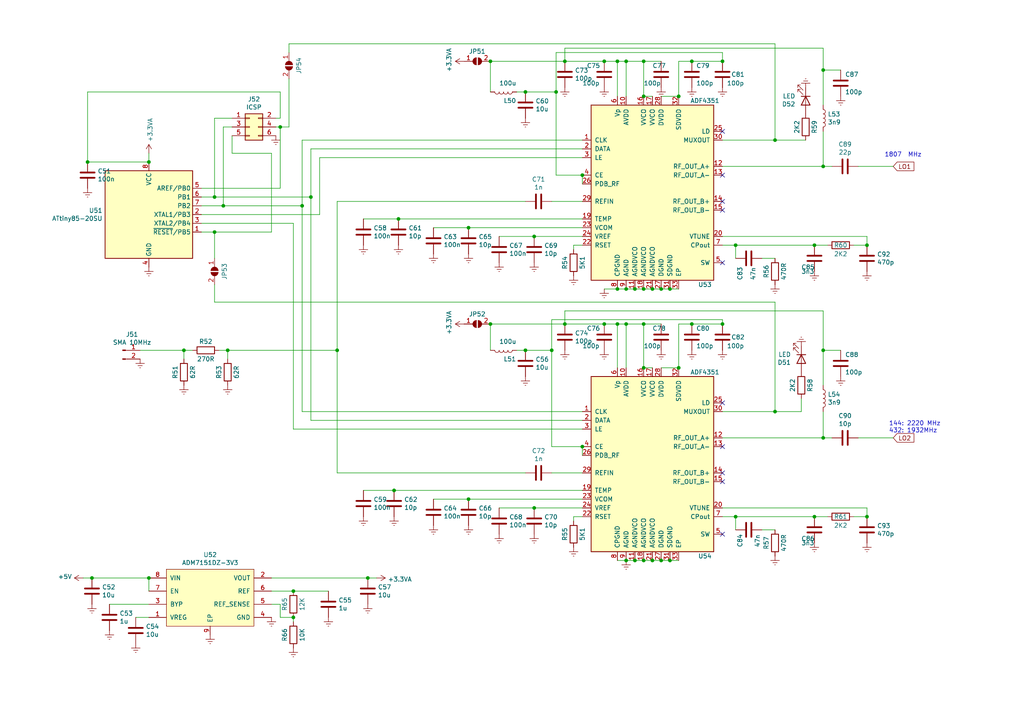
<source format=kicad_sch>
(kicad_sch (version 20211123) (generator eeschema)
  (paper "A4")
  (lib_symbols
    (symbol "Connector:Conn_01x02_Male" (pin_names (offset 1.016) hide)
      (property "Reference" "J" (at 0 2.54 0))
      (property "Value" "Conn_01x02_Male" (at 0 -5.08 0))
      (symbol "Conn_01x02_Male_1_1"
        (polyline (pts (xy 1.27 -2.54) (xy 0.8636 -2.54)) (stroke (width 0.1524)))
        (polyline (pts (xy 1.27 0) (xy 0.8636 0)) (stroke (width 0.1524)))
        (rectangle (start 0.8636 -2.413) (end 0 -2.667) (stroke (width 0.1524)) (fill (type outline)))
        (rectangle (start 0.8636 0.127) (end 0 -0.127) (stroke (width 0.1524)) (fill (type outline)))
        (pin passive line (at 5.08 0 180) (length 3.81) (name "Pin_1") (number "1"))
        (pin passive line (at 5.08 -2.54 180) (length 3.81) (name "Pin_2") (number "2"))
      )
    )
    (symbol "Connector_Generic:Conn_02x03_Odd_Even" (pin_names (offset 1.016) hide)
      (property "Reference" "J" (at 1.27 5.08 0))
      (property "Value" "Conn_02x03_Odd_Even" (at 1.27 -5.08 0))
      (symbol "Conn_02x03_Odd_Even_1_1"
        (rectangle (start -1.27 -2.413) (end 0 -2.667) (stroke (width 0.1524)))
        (rectangle (start -1.27 0.127) (end 0 -0.127) (stroke (width 0.1524)))
        (rectangle (start -1.27 2.667) (end 0 2.413) (stroke (width 0.1524)))
        (rectangle (start -1.27 3.81) (end 3.81 -3.81) (stroke (width 0.254)) (fill (type background)))
        (rectangle (start 3.81 -2.413) (end 2.54 -2.667) (stroke (width 0.1524)))
        (rectangle (start 3.81 0.127) (end 2.54 -0.127) (stroke (width 0.1524)))
        (rectangle (start 3.81 2.667) (end 2.54 2.413) (stroke (width 0.1524)))
        (pin passive line (at -5.08 2.54 0) (length 3.81) (name "Pin_1") (number "1"))
        (pin passive line (at 7.62 2.54 180) (length 3.81) (name "Pin_2") (number "2"))
        (pin passive line (at -5.08 0 0) (length 3.81) (name "Pin_3") (number "3"))
        (pin passive line (at 7.62 0 180) (length 3.81) (name "Pin_4") (number "4"))
        (pin passive line (at -5.08 -2.54 0) (length 3.81) (name "Pin_5") (number "5"))
        (pin passive line (at 7.62 -2.54 180) (length 3.81) (name "Pin_6") (number "6"))
      )
    )
    (symbol "Device:C" (pin_numbers hide) (pin_names (offset 0.254))
      (property "Reference" "C" (at 0.635 2.54 0))
      (property "Value" "C" (at 0.635 -2.54 0))
      (symbol "C_0_1"
        (polyline (pts (xy -2.032 -0.762) (xy 2.032 -0.762)) (stroke (width 0.508)))
        (polyline (pts (xy -2.032 0.762) (xy 2.032 0.762)) (stroke (width 0.508)))
      )
      (symbol "C_1_1"
        (pin passive line (at 0 3.81 270) (length 2.794) (name "~") (number "1"))
        (pin passive line (at 0 -3.81 90) (length 2.794) (name "~") (number "2"))
      )
    )
    (symbol "Device:L" (pin_numbers hide) (pin_names (offset 1.016) hide)
      (property "Reference" "L" (at -1.27 0 90))
      (property "Value" "L" (at 1.905 0 90))
      (symbol "L_0_1"
        (arc (start 0 -2.54) (mid 0.635 -1.905) (end 0 -1.27))
        (arc (start 0 -1.27) (mid 0.635 -0.635) (end 0 0))
        (arc (start 0 0) (mid 0.635 0.635) (end 0 1.27))
        (arc (start 0 1.27) (mid 0.635 1.905) (end 0 2.54))
      )
      (symbol "L_1_1"
        (pin passive line (at 0 3.81 270) (length 1.27) (name "1") (number "1"))
        (pin passive line (at 0 -3.81 90) (length 1.27) (name "2") (number "2"))
      )
    )
    (symbol "Device:LED" (pin_numbers hide) (pin_names (offset 1.016) hide)
      (property "Reference" "D" (at 0 2.54 0))
      (property "Value" "LED" (at 0 -2.54 0))
      (symbol "LED_0_1"
        (polyline (pts (xy -1.27 -1.27) (xy -1.27 1.27)) (stroke (width 0.254)))
        (polyline (pts (xy -1.27 0) (xy 1.27 0)))
        (polyline (pts (xy 1.27 -1.27) (xy 1.27 1.27) (xy -1.27 0) (xy 1.27 -1.27)) (stroke (width 0.254)))
        (polyline (pts (xy -3.048 -0.762) (xy -4.572 -2.286) (xy -3.81 -2.286) (xy -4.572 -2.286) (xy -4.572 -1.524)))
        (polyline (pts (xy -1.778 -0.762) (xy -3.302 -2.286) (xy -2.54 -2.286) (xy -3.302 -2.286) (xy -3.302 -1.524)))
      )
      (symbol "LED_1_1"
        (pin passive line (at -3.81 0 0) (length 2.54) (name "K") (number "1"))
        (pin passive line (at 3.81 0 180) (length 2.54) (name "A") (number "2"))
      )
    )
    (symbol "Device:R" (pin_numbers hide) (pin_names (offset 0))
      (property "Reference" "R" (at 2.032 0 90))
      (property "Value" "R" (at 0 0 90))
      (symbol "R_0_1"
        (rectangle (start -1.016 -2.54) (end 1.016 2.54) (stroke (width 0.254)))
      )
      (symbol "R_1_1"
        (pin passive line (at 0 3.81 270) (length 1.27) (name "~") (number "1"))
        (pin passive line (at 0 -3.81 90) (length 1.27) (name "~") (number "2"))
      )
    )
    (symbol "Jumper:SolderJumper_2_Open" (pin_names (offset 0) hide)
      (property "Reference" "JP" (at 0 2.032 0))
      (property "Value" "SolderJumper_2_Open" (at 0 -2.54 0))
      (symbol "SolderJumper_2_Open_0_1"
        (arc (start -0.254 1.016) (mid -1.27 0) (end -0.254 -1.016))
        (arc (start -0.254 1.016) (mid -1.27 0) (end -0.254 -1.016) (fill (type outline)))
        (polyline (pts (xy -0.254 1.016) (xy -0.254 -1.016)))
        (polyline (pts (xy 0.254 1.016) (xy 0.254 -1.016)))
        (arc (start 0.254 -1.016) (mid 1.27 0) (end 0.254 1.016))
        (arc (start 0.254 -1.016) (mid 1.27 0) (end 0.254 1.016) (fill (type outline)))
      )
      (symbol "SolderJumper_2_Open_1_1"
        (pin passive line (at -3.81 0 0) (length 2.54) (name "A") (number "1"))
        (pin passive line (at 3.81 0 180) (length 2.54) (name "B") (number "2"))
      )
    )
    (symbol "MCU_Microchip_ATtiny:ATtiny85-20SU"
      (property "Reference" "U" (at -12.7 13.97 0))
      (property "Value" "MCU_Microchip_ATtiny_ATtiny85-20SU" (at 2.54 -13.97 0))
      (symbol "ATtiny85-20SU_0_1"
        (rectangle (start -12.7 -12.7) (end 12.7 12.7) (stroke (width 0.254)) (fill (type background)))
      )
      (symbol "ATtiny85-20SU_1_1"
        (pin bidirectional line (at 15.24 -5.08 180) (length 2.54) (name "~{RESET}/PB5") (number "1"))
        (pin bidirectional line (at 15.24 0 180) (length 2.54) (name "XTAL1/PB3") (number "2"))
        (pin bidirectional line (at 15.24 -2.54 180) (length 2.54) (name "XTAL2/PB4") (number "3"))
        (pin power_in line (at 0 -15.24 90) (length 2.54) (name "GND") (number "4"))
        (pin bidirectional line (at 15.24 7.62 180) (length 2.54) (name "AREF/PB0") (number "5"))
        (pin bidirectional line (at 15.24 5.08 180) (length 2.54) (name "PB1") (number "6"))
        (pin bidirectional line (at 15.24 2.54 180) (length 2.54) (name "PB2") (number "7"))
        (pin power_in line (at 0 15.24 270) (length 2.54) (name "VCC") (number "8"))
      )
    )
    (symbol "Maarten_Kicad5:ADM7150" (pin_names (offset 1.016))
      (property "Reference" "U" (at 11.43 -8.89 0))
      (property "Value" "Maarten_Kicad5_ADM7150" (at 8.89 10.16 0))
      (symbol "ADM7150_0_1"
        (rectangle (start -12.7 8.89) (end 12.7 -7.62) (fill (type background)))
      )
      (symbol "ADM7150_1_1"
        (pin input line (at -17.78 -5.08 0) (length 5.08) (name "VREG") (number "1"))
        (pin input line (at 17.78 6.35 180) (length 5.08) (name "VOUT") (number "2"))
        (pin input line (at -17.78 -1.27 0) (length 5.08) (name "BYP") (number "3"))
        (pin input line (at 17.78 -5.08 180) (length 5.08) (name "GND") (number "4"))
        (pin input line (at 17.78 -1.27 180) (length 5.08) (name "REF_SENSE") (number "5"))
        (pin input line (at 17.78 2.54 180) (length 5.08) (name "REF") (number "6"))
        (pin input line (at -17.78 2.54 0) (length 5.08) (name "EN") (number "7"))
        (pin power_in line (at -17.78 6.35 0) (length 5.08) (name "VIN") (number "8"))
        (pin input line (at 0 -10.16 90) (length 2.54) (name "EP") (number "9"))
      )
    )
    (symbol "Timer_PLL:ADF4351" (pin_names (offset 1.016))
      (property "Reference" "U" (at 0 1.27 0))
      (property "Value" "ADF4351" (at 0 -1.27 0))
      (symbol "ADF4351_0_1"
        (rectangle (start 17.78 25.4) (end -17.78 -25.4) (stroke (width 0.254)) (fill (type background)))
      )
      (symbol "ADF4351_1_1"
        (pin input line (at -20.32 15.24 0) (length 2.54) (name "CLK") (number "1"))
        (pin power_in line (at -7.62 27.94 270) (length 2.54) (name "AVDD") (number "10"))
        (pin power_in line (at -5.08 -27.94 90) (length 2.54) (name "AGNDVCO") (number "11"))
        (pin output line (at 20.32 7.62 180) (length 2.54) (name "RF_OUT_A+") (number "12"))
        (pin output line (at 20.32 5.08 180) (length 2.54) (name "RF_OUT_A-") (number "13"))
        (pin output line (at 20.32 -2.54 180) (length 2.54) (name "RF_OUT_B+") (number "14"))
        (pin output line (at 20.32 -5.08 180) (length 2.54) (name "RF_OUT_B-") (number "15"))
        (pin power_in line (at -2.54 27.94 270) (length 2.54) (name "VVCO") (number "16"))
        (pin power_in line (at 0 27.94 270) (length 2.54) (name "VVCO") (number "17"))
        (pin power_in line (at -2.54 -27.94 90) (length 2.54) (name "AGNDVCO") (number "18"))
        (pin input line (at -20.32 -7.62 0) (length 2.54) (name "TEMP") (number "19"))
        (pin input line (at -20.32 12.7 0) (length 2.54) (name "DATA") (number "2"))
        (pin input line (at 20.32 -12.7 180) (length 2.54) (name "VTUNE") (number "20"))
        (pin power_in line (at 0 -27.94 90) (length 2.54) (name "AGNDVCO") (number "21"))
        (pin input line (at -20.32 -15.24 0) (length 2.54) (name "RSET") (number "22"))
        (pin input line (at -20.32 -10.16 0) (length 2.54) (name "VCOM") (number "23"))
        (pin input line (at -20.32 -12.7 0) (length 2.54) (name "VREF") (number "24"))
        (pin input line (at 20.32 17.78 180) (length 2.54) (name "LD") (number "25"))
        (pin input line (at -20.32 2.54 0) (length 2.54) (name "PDB_RF") (number "26"))
        (pin power_in line (at 2.54 -27.94 90) (length 2.54) (name "DGND") (number "27"))
        (pin power_in line (at 2.54 27.94 270) (length 2.54) (name "DVDD") (number "28"))
        (pin input line (at -20.32 -2.54 0) (length 2.54) (name "REFIN") (number "29"))
        (pin input line (at -20.32 10.16 0) (length 2.54) (name "LE") (number "3"))
        (pin output line (at 20.32 15.24 180) (length 2.54) (name "MUXOUT") (number "30"))
        (pin power_in line (at 5.08 -27.94 90) (length 2.54) (name "SDGND") (number "31"))
        (pin power_in line (at 7.62 27.94 270) (length 2.54) (name "SDVDD") (number "32"))
        (pin power_in line (at 7.62 -27.94 90) (length 2.54) (name "EP") (number "33"))
        (pin input line (at -20.32 5.08 0) (length 2.54) (name "CE") (number "4"))
        (pin input line (at 20.32 -20.32 180) (length 2.54) (name "SW") (number "5"))
        (pin power_in line (at -10.16 27.94 270) (length 2.54) (name "Vp") (number "6"))
        (pin input line (at 20.32 -15.24 180) (length 2.54) (name "CPout") (number "7"))
        (pin power_in line (at -10.16 -27.94 90) (length 2.54) (name "CPGND") (number "8"))
        (pin power_in line (at -7.62 -27.94 90) (length 2.54) (name "AGND") (number "9"))
      )
    )
    (symbol "power:+3.3VA" (power) (pin_names (offset 0))
      (property "Value" "+3.3VA" (at 0 3.556 0))
      (symbol "+3.3VA_0_1"
        (polyline (pts (xy -0.762 1.27) (xy 0 2.54)))
        (polyline (pts (xy 0 0) (xy 0 2.54)))
        (polyline (pts (xy 0 2.54) (xy 0.762 1.27)))
      )
      (symbol "+3.3VA_1_1"
        (pin power_in line (at 0 0 90) (length 0) hide (name "+3.3VA") (number "1"))
      )
    )
    (symbol "power:+5V" (power) (pin_names (offset 0))
      (property "Value" "+5V" (at 0 3.556 0))
      (symbol "+5V_0_1"
        (polyline (pts (xy -0.762 1.27) (xy 0 2.54)))
        (polyline (pts (xy 0 0) (xy 0 2.54)))
        (polyline (pts (xy 0 2.54) (xy 0.762 1.27)))
      )
      (symbol "+5V_1_1"
        (pin power_in line (at 0 0 90) (length 0) hide (name "+5V") (number "1"))
      )
    )
    (symbol "power:GNDREF" (power) (pin_names (offset 0))
      (property "Value" "GNDREF" (at 0 -3.81 0))
      (symbol "GNDREF_0_1"
        (polyline (pts (xy -0.635 -1.905) (xy 0.635 -1.905)))
        (polyline (pts (xy -0.127 -2.54) (xy 0.127 -2.54)))
        (polyline (pts (xy 0 -1.27) (xy 0 0)))
        (polyline (pts (xy 1.27 -1.27) (xy -1.27 -1.27)))
      )
      (symbol "GNDREF_1_1"
        (pin power_in line (at 0 0 270) (length 0) hide (name "GNDREF") (number "1"))
      )
    )
  )
  (junction (at 189.23 83.82))
  (junction (at 154.94 68.58))
  (junction (at 175.26 17.78))
  (junction (at 191.77 162.56))
  (junction (at 224.79 119.38))
  (junction (at 62.23 57.15))
  (junction (at 168.91 50.8))
  (junction (at 64.77 59.69))
  (junction (at 115.57 63.5))
  (junction (at 152.4 26.67))
  (junction (at 238.76 101.6))
  (junction (at 179.07 83.82))
  (junction (at 238.76 20.32))
  (junction (at 135.89 66.04))
  (junction (at 213.36 71.12))
  (junction (at 181.61 93.98))
  (junction (at 209.55 93.98))
  (junction (at 168.91 129.54))
  (junction (at 90.17 57.15))
  (junction (at 224.79 40.64))
  (junction (at 184.15 162.56))
  (junction (at 196.85 27.94))
  (junction (at 186.69 106.68))
  (junction (at 181.61 162.56))
  (junction (at 85.09 171.45))
  (junction (at 152.4 101.6))
  (junction (at 179.07 17.78))
  (junction (at 186.69 17.78))
  (junction (at 213.36 149.86))
  (junction (at 53.34 101.6))
  (junction (at 135.89 144.78))
  (junction (at 85.09 179.07))
  (junction (at 196.85 106.68))
  (junction (at 186.69 83.82))
  (junction (at 184.15 83.82))
  (junction (at 194.31 162.56))
  (junction (at 175.26 93.98))
  (junction (at 66.04 101.6))
  (junction (at 43.18 167.64))
  (junction (at 186.69 93.98))
  (junction (at 160.02 101.6))
  (junction (at 26.67 167.64))
  (junction (at 251.46 149.86))
  (junction (at 189.23 162.56))
  (junction (at 238.76 127))
  (junction (at 181.61 83.82))
  (junction (at 161.29 26.67))
  (junction (at 81.28 36.83))
  (junction (at 114.3 142.24))
  (junction (at 186.69 27.94))
  (junction (at 194.31 83.82))
  (junction (at 87.63 59.69))
  (junction (at 154.94 147.32))
  (junction (at 163.83 17.78))
  (junction (at 179.07 93.98))
  (junction (at 97.79 101.6))
  (junction (at 181.61 17.78))
  (junction (at 106.68 167.64))
  (junction (at 62.23 67.31))
  (junction (at 200.66 93.98))
  (junction (at 142.24 93.98))
  (junction (at 191.77 83.82))
  (junction (at 238.76 48.26))
  (junction (at 236.22 149.86))
  (junction (at 163.83 93.98))
  (junction (at 43.18 46.99))
  (junction (at 186.69 162.56))
  (junction (at 236.22 71.12))
  (junction (at 142.24 17.78))
  (junction (at 200.66 17.78))
  (junction (at 209.55 17.78))
  (junction (at 251.46 71.12))
  (junction (at 25.4 46.99))
  (no_connect (at 209.55 76.2))
  (no_connect (at 209.55 58.42))
  (no_connect (at 209.55 137.16))
  (no_connect (at 209.55 139.7))
  (no_connect (at 209.55 154.94))
  (no_connect (at 209.55 38.1))
  (no_connect (at 209.55 116.84))
  (no_connect (at 209.55 60.96))
  (no_connect (at 209.55 129.54))
  (no_connect (at 209.55 50.8))
  (wire (pts (xy 196.85 17.78) (xy 200.66 17.78)))
  (wire (pts (xy 97.79 137.16) (xy 152.4 137.16)))
  (wire (pts (xy 224.79 153.67) (xy 220.98 153.67)))
  (wire (pts (xy 238.76 127) (xy 241.3 127)))
  (wire (pts (xy 26.67 167.64) (xy 24.13 167.64)))
  (wire (pts (xy 238.76 38.1) (xy 238.76 48.26)))
  (wire (pts (xy 25.4 46.99) (xy 43.18 46.99)))
  (wire (pts (xy 87.63 59.69) (xy 64.77 59.69)))
  (wire (pts (xy 144.78 68.58) (xy 154.94 68.58)))
  (wire (pts (xy 90.17 43.18) (xy 90.17 57.15)))
  (wire (pts (xy 179.07 17.78) (xy 175.26 17.78)))
  (wire (pts (xy 251.46 71.12) (xy 251.46 68.58)))
  (wire (pts (xy 67.31 36.83) (xy 64.77 36.83)))
  (wire (pts (xy 186.69 83.82) (xy 189.23 83.82)))
  (wire (pts (xy 142.24 17.78) (xy 142.24 26.67)))
  (wire (pts (xy 209.55 127) (xy 238.76 127)))
  (wire (pts (xy 184.15 162.56) (xy 186.69 162.56)))
  (wire (pts (xy 97.79 58.42) (xy 97.79 101.6)))
  (wire (pts (xy 209.55 119.38) (xy 224.79 119.38)))
  (wire (pts (xy 92.71 62.23) (xy 58.42 62.23)))
  (wire (pts (xy 238.76 20.32) (xy 238.76 13.97)))
  (wire (pts (xy 152.4 58.42) (xy 97.79 58.42)))
  (wire (pts (xy 163.83 93.98) (xy 175.26 93.98)))
  (wire (pts (xy 181.61 83.82) (xy 179.07 83.82)))
  (wire (pts (xy 209.55 92.71) (xy 160.02 92.71)))
  (wire (pts (xy 168.91 121.92) (xy 90.17 121.92)))
  (wire (pts (xy 90.17 43.18) (xy 168.91 43.18)))
  (wire (pts (xy 196.85 106.68) (xy 196.85 93.98)))
  (wire (pts (xy 209.55 93.98) (xy 209.55 92.71)))
  (wire (pts (xy 196.85 162.56) (xy 194.31 162.56)))
  (wire (pts (xy 189.23 106.68) (xy 186.69 106.68)))
  (wire (pts (xy 186.69 93.98) (xy 191.77 93.98)))
  (wire (pts (xy 142.24 101.6) (xy 142.24 93.98)))
  (wire (pts (xy 80.01 34.29) (xy 81.28 34.29)))
  (wire (pts (xy 163.83 93.98) (xy 142.24 93.98)))
  (wire (pts (xy 247.65 71.12) (xy 251.46 71.12)))
  (wire (pts (xy 64.77 36.83) (xy 64.77 59.69)))
  (wire (pts (xy 78.74 175.26) (xy 81.28 175.26)))
  (wire (pts (xy 224.79 40.64) (xy 224.79 12.7)))
  (wire (pts (xy 81.28 179.07) (xy 85.09 179.07)))
  (wire (pts (xy 191.77 162.56) (xy 194.31 162.56)))
  (wire (pts (xy 58.42 67.31) (xy 62.23 67.31)))
  (wire (pts (xy 43.18 44.45) (xy 43.18 46.99)))
  (wire (pts (xy 168.91 119.38) (xy 87.63 119.38)))
  (wire (pts (xy 152.4 26.67) (xy 149.86 26.67)))
  (wire (pts (xy 97.79 101.6) (xy 66.04 101.6)))
  (wire (pts (xy 213.36 74.93) (xy 213.36 71.12)))
  (wire (pts (xy 224.79 74.93) (xy 220.98 74.93)))
  (wire (pts (xy 196.85 27.94) (xy 191.77 27.94)))
  (wire (pts (xy 209.55 48.26) (xy 238.76 48.26)))
  (wire (pts (xy 238.76 90.17) (xy 163.83 90.17)))
  (wire (pts (xy 179.07 83.82) (xy 175.26 83.82)))
  (wire (pts (xy 179.07 17.78) (xy 181.61 17.78)))
  (wire (pts (xy 251.46 149.86) (xy 251.46 147.32)))
  (wire (pts (xy 168.91 149.86) (xy 166.37 149.86)))
  (wire (pts (xy 25.4 26.67) (xy 25.4 46.99)))
  (wire (pts (xy 224.79 119.38) (xy 232.41 119.38)))
  (wire (pts (xy 81.28 36.83) (xy 81.28 54.61)))
  (wire (pts (xy 90.17 57.15) (xy 62.23 57.15)))
  (wire (pts (xy 78.74 44.45) (xy 78.74 67.31)))
  (wire (pts (xy 43.18 167.64) (xy 26.67 167.64)))
  (wire (pts (xy 160.02 92.71) (xy 160.02 101.6)))
  (wire (pts (xy 81.28 175.26) (xy 81.28 179.07)))
  (wire (pts (xy 181.61 93.98) (xy 186.69 93.98)))
  (wire (pts (xy 166.37 71.12) (xy 166.37 72.39)))
  (wire (pts (xy 58.42 54.61) (xy 81.28 54.61)))
  (wire (pts (xy 85.09 64.77) (xy 58.42 64.77)))
  (wire (pts (xy 179.07 106.68) (xy 179.07 93.98)))
  (wire (pts (xy 67.31 39.37) (xy 67.31 44.45)))
  (wire (pts (xy 238.76 13.97) (xy 163.83 13.97)))
  (wire (pts (xy 67.31 34.29) (xy 62.23 34.29)))
  (wire (pts (xy 97.79 101.6) (xy 97.79 137.16)))
  (wire (pts (xy 125.73 66.04) (xy 135.89 66.04)))
  (wire (pts (xy 106.68 167.64) (xy 109.22 167.64)))
  (wire (pts (xy 196.85 83.82) (xy 194.31 83.82)))
  (wire (pts (xy 125.73 144.78) (xy 135.89 144.78)))
  (wire (pts (xy 238.76 30.48) (xy 238.76 20.32)))
  (wire (pts (xy 168.91 53.34) (xy 168.91 50.8)))
  (wire (pts (xy 67.31 44.45) (xy 78.74 44.45)))
  (wire (pts (xy 184.15 162.56) (xy 181.61 162.56)))
  (wire (pts (xy 43.18 175.26) (xy 31.75 175.26)))
  (wire (pts (xy 168.91 63.5) (xy 115.57 63.5)))
  (wire (pts (xy 168.91 144.78) (xy 135.89 144.78)))
  (wire (pts (xy 238.76 101.6) (xy 238.76 90.17)))
  (wire (pts (xy 209.55 149.86) (xy 213.36 149.86)))
  (wire (pts (xy 168.91 132.08) (xy 168.91 129.54)))
  (wire (pts (xy 238.76 48.26) (xy 241.3 48.26)))
  (wire (pts (xy 105.41 63.5) (xy 115.57 63.5)))
  (wire (pts (xy 63.5 101.6) (xy 66.04 101.6)))
  (wire (pts (xy 238.76 20.32) (xy 243.84 20.32)))
  (wire (pts (xy 189.23 27.94) (xy 186.69 27.94)))
  (wire (pts (xy 152.4 101.6) (xy 160.02 101.6)))
  (wire (pts (xy 161.29 15.24) (xy 209.55 15.24)))
  (wire (pts (xy 168.91 40.64) (xy 87.63 40.64)))
  (wire (pts (xy 238.76 119.38) (xy 238.76 127)))
  (wire (pts (xy 64.77 59.69) (xy 58.42 59.69)))
  (wire (pts (xy 179.07 27.94) (xy 179.07 17.78)))
  (wire (pts (xy 160.02 129.54) (xy 168.91 129.54)))
  (wire (pts (xy 168.91 71.12) (xy 166.37 71.12)))
  (wire (pts (xy 181.61 106.68) (xy 181.61 93.98)))
  (wire (pts (xy 163.83 90.17) (xy 163.83 93.98)))
  (wire (pts (xy 168.91 50.8) (xy 161.29 50.8)))
  (wire (pts (xy 40.64 101.6) (xy 53.34 101.6)))
  (wire (pts (xy 224.79 87.63) (xy 62.23 87.63)))
  (wire (pts (xy 160.02 58.42) (xy 168.91 58.42)))
  (wire (pts (xy 160.02 137.16) (xy 168.91 137.16)))
  (wire (pts (xy 189.23 162.56) (xy 191.77 162.56)))
  (wire (pts (xy 80.01 36.83) (xy 81.28 36.83)))
  (wire (pts (xy 83.82 36.83) (xy 81.28 36.83)))
  (wire (pts (xy 163.83 13.97) (xy 163.83 17.78)))
  (wire (pts (xy 163.83 17.78) (xy 175.26 17.78)))
  (wire (pts (xy 87.63 59.69) (xy 87.63 119.38)))
  (wire (pts (xy 236.22 149.86) (xy 240.03 149.86)))
  (wire (pts (xy 62.23 74.93) (xy 62.23 67.31)))
  (wire (pts (xy 53.34 104.14) (xy 53.34 101.6)))
  (wire (pts (xy 186.69 17.78) (xy 191.77 17.78)))
  (wire (pts (xy 43.18 179.07) (xy 39.37 179.07)))
  (wire (pts (xy 81.28 26.67) (xy 25.4 26.67)))
  (wire (pts (xy 196.85 27.94) (xy 196.85 17.78)))
  (wire (pts (xy 238.76 111.76) (xy 238.76 101.6)))
  (wire (pts (xy 186.69 106.68) (xy 186.69 93.98)))
  (wire (pts (xy 209.55 17.78) (xy 200.66 17.78)))
  (wire (pts (xy 179.07 93.98) (xy 175.26 93.98)))
  (wire (pts (xy 168.91 147.32) (xy 154.94 147.32)))
  (wire (pts (xy 43.18 167.64) (xy 43.18 171.45)))
  (wire (pts (xy 168.91 66.04) (xy 135.89 66.04)))
  (wire (pts (xy 85.09 171.45) (xy 95.25 171.45)))
  (wire (pts (xy 184.15 83.82) (xy 186.69 83.82)))
  (wire (pts (xy 248.92 48.26) (xy 259.08 48.26)))
  (wire (pts (xy 105.41 142.24) (xy 114.3 142.24)))
  (wire (pts (xy 85.09 64.77) (xy 85.09 124.46)))
  (wire (pts (xy 181.61 162.56) (xy 179.07 162.56)))
  (wire (pts (xy 232.41 115.57) (xy 232.41 119.38)))
  (wire (pts (xy 144.78 147.32) (xy 154.94 147.32)))
  (wire (pts (xy 168.91 45.72) (xy 92.71 45.72)))
  (wire (pts (xy 90.17 57.15) (xy 90.17 121.92)))
  (wire (pts (xy 181.61 17.78) (xy 186.69 17.78)))
  (wire (pts (xy 163.83 17.78) (xy 142.24 17.78)))
  (wire (pts (xy 179.07 93.98) (xy 181.61 93.98)))
  (wire (pts (xy 209.55 93.98) (xy 200.66 93.98)))
  (wire (pts (xy 184.15 83.82) (xy 181.61 83.82)))
  (wire (pts (xy 168.91 68.58) (xy 154.94 68.58)))
  (wire (pts (xy 166.37 149.86) (xy 166.37 151.13)))
  (wire (pts (xy 87.63 40.64) (xy 87.63 59.69)))
  (wire (pts (xy 78.74 167.64) (xy 106.68 167.64)))
  (wire (pts (xy 85.09 124.46) (xy 168.91 124.46)))
  (wire (pts (xy 213.36 153.67) (xy 213.36 149.86)))
  (wire (pts (xy 224.79 40.64) (xy 233.68 40.64)))
  (wire (pts (xy 114.3 142.24) (xy 168.91 142.24)))
  (wire (pts (xy 209.55 15.24) (xy 209.55 17.78)))
  (wire (pts (xy 152.4 26.67) (xy 161.29 26.67)))
  (wire (pts (xy 161.29 50.8) (xy 161.29 26.67)))
  (wire (pts (xy 83.82 12.7) (xy 83.82 15.24)))
  (wire (pts (xy 62.23 87.63) (xy 62.23 82.55)))
  (wire (pts (xy 213.36 149.86) (xy 236.22 149.86)))
  (wire (pts (xy 209.55 68.58) (xy 251.46 68.58)))
  (wire (pts (xy 161.29 26.67) (xy 161.29 15.24)))
  (wire (pts (xy 224.79 12.7) (xy 83.82 12.7)))
  (wire (pts (xy 248.92 127) (xy 259.08 127)))
  (wire (pts (xy 81.28 34.29) (xy 81.28 26.67)))
  (wire (pts (xy 53.34 101.6) (xy 55.88 101.6)))
  (wire (pts (xy 66.04 104.14) (xy 66.04 101.6)))
  (wire (pts (xy 238.76 101.6) (xy 243.84 101.6)))
  (wire (pts (xy 209.55 40.64) (xy 224.79 40.64)))
  (wire (pts (xy 209.55 71.12) (xy 213.36 71.12)))
  (wire (pts (xy 78.74 171.45) (xy 85.09 171.45)))
  (wire (pts (xy 236.22 71.12) (xy 240.03 71.12)))
  (wire (pts (xy 213.36 71.12) (xy 236.22 71.12)))
  (wire (pts (xy 62.23 57.15) (xy 62.23 34.29)))
  (wire (pts (xy 62.23 67.31) (xy 78.74 67.31)))
  (wire (pts (xy 196.85 106.68) (xy 191.77 106.68)))
  (wire (pts (xy 209.55 147.32) (xy 251.46 147.32)))
  (wire (pts (xy 196.85 93.98) (xy 200.66 93.98)))
  (wire (pts (xy 186.69 162.56) (xy 189.23 162.56)))
  (wire (pts (xy 92.71 45.72) (xy 92.71 62.23)))
  (wire (pts (xy 224.79 119.38) (xy 224.79 87.63)))
  (wire (pts (xy 160.02 101.6) (xy 160.02 129.54)))
  (wire (pts (xy 247.65 149.86) (xy 251.46 149.86)))
  (wire (pts (xy 149.86 101.6) (xy 152.4 101.6)))
  (wire (pts (xy 85.09 180.34) (xy 85.09 179.07)))
  (wire (pts (xy 186.69 27.94) (xy 186.69 17.78)))
  (wire (pts (xy 189.23 83.82) (xy 191.77 83.82)))
  (wire (pts (xy 62.23 57.15) (xy 58.42 57.15)))
  (wire (pts (xy 181.61 27.94) (xy 181.61 17.78)))
  (wire (pts (xy 83.82 22.86) (xy 83.82 36.83)))
  (wire (pts (xy 191.77 83.82) (xy 194.31 83.82)))
  (text "1807  MHz" (at 256.54 45.72 0) (effects (font (size 1.27 1.27)) (justify left bottom)))
  (text "144: 2220 MHz\n432: 1932MHz" (at 257.81 125.73 0) (effects (font (size 1.27 1.27)) (justify left bottom)))
  (global_label "LO1" (shape input) (at 259.08 48.26 0) (property "Intersheet References" "${INTERSHEET_REFS}" (effects hide)))
  (global_label "LO2" (shape input) (at 259.08 127 0) (property "Intersheet References" "${INTERSHEET_REFS}" (effects hide)))
  (symbol (lib_id "Timer_PLL:ADF4351") (at 189.23 55.88 0) (unit 1)
    (property "Reference" "U53" (at 204.47 82.55 0))
    (property "Value" "ADF4351" (at 204.47 29.21 0))
    (property "Footprint" "Package_CSP:LFCSP-32-1EP_5x5mm_P0.5mm_EP3.1x3.1mm_ThermalVias" (effects hide))
    (property "Datasheet" "https://www.analog.com/media/en/technical-documentation/data-sheets/ADF4351.pdf" (effects hide))
  )
  (symbol (lib_id "Maarten_Kicad5:ADM7150") (at 60.96 173.99 0) (unit 1)
    (property "Reference" "U52" (at 60.96 160.909 0))
    (property "Value" "ADM7151DZ-3V3" (at 60.96 163.2204 0))
    (property "Footprint" "Package_SO:SOIC-8-1EP_3.9x4.9mm_P1.27mm_EP2.29x3mm_ThermalVias" (effects hide))
  )
  (symbol (lib_id "Device:L") (at 238.76 34.29 0) (unit 1)
    (property "Reference" "L53" (at 240.0808 33.1216 0) (effects (justify left)))
    (property "Value" "3n9" (at 240.0808 35.433 0) (effects (justify left)))
    (property "Footprint" "Inductor_SMD:L_0805_2012Metric_Pad1.05x1.20mm_HandSolder" (effects hide))
  )
  (symbol (lib_id "Device:C") (at 245.11 48.26 270) (unit 1)
    (property "Reference" "C89" (at 245.11 41.8592 90))
    (property "Value" "22p" (at 245.11 44.1706 90))
    (property "Footprint" "Capacitor_SMD:C_0805_2012Metric_Pad1.18x1.45mm_HandSolder" (effects hide))
  )
  (symbol (lib_id "Device:C") (at 243.84 24.13 180) (unit 1)
    (property "Reference" "C87" (at 245.11 21.59 0) (effects (justify right)))
    (property "Value" "100p" (at 245.11 26.67 0) (effects (justify right)))
    (property "Footprint" "Capacitor_SMD:C_0805_2012Metric_Pad1.18x1.45mm_HandSolder" (effects hide))
  )
  (symbol (lib_id "power:GNDREF") (at 243.84 27.94 0) (unit 1)
    (property "Reference" "#PWR0106" (effects hide))
    (property "Value" "GNDREF" (effects hide))
  )
  (symbol (lib_id "power:GNDREF") (at 175.26 83.82 0) (unit 1)
    (property "Reference" "#PWR090" (effects hide))
    (property "Value" "GNDREF" (effects hide))
  )
  (symbol (lib_id "Device:C") (at 236.22 74.93 180) (unit 1)
    (property "Reference" "C85" (at 232.41 77.47 0) (effects (justify right)))
    (property "Value" "3n3" (at 232.41 78.74 0) (effects (justify right)))
    (property "Footprint" "Capacitor_SMD:C_0805_2012Metric_Pad1.18x1.45mm_HandSolder" (effects hide))
  )
  (symbol (lib_id "power:GNDREF") (at 236.22 78.74 0) (unit 1)
    (property "Reference" "#PWR0104" (effects hide))
    (property "Value" "GNDREF" (effects hide))
  )
  (symbol (lib_id "Device:C") (at 251.46 74.93 180) (unit 1)
    (property "Reference" "C92" (at 254.381 73.7616 0) (effects (justify right)))
    (property "Value" "470p" (at 254.381 76.073 0) (effects (justify right)))
    (property "Footprint" "Capacitor_SMD:C_0805_2012Metric_Pad1.18x1.45mm_HandSolder" (effects hide))
  )
  (symbol (lib_id "power:GNDREF") (at 251.46 78.74 0) (unit 1)
    (property "Reference" "#PWR0108" (effects hide))
    (property "Value" "GNDREF" (effects hide))
  )
  (symbol (lib_id "Device:R") (at 243.84 71.12 270) (unit 1)
    (property "Reference" "R60" (at 243.84 71.12 90))
    (property "Value" "2K2" (at 243.84 73.66 90))
    (property "Footprint" "Resistor_SMD:R_0805_2012Metric_Pad1.20x1.40mm_HandSolder" (effects hide))
  )
  (symbol (lib_id "Device:R") (at 224.79 78.74 180) (unit 1)
    (property "Reference" "R56" (at 222.25 78.74 90))
    (property "Value" "470R" (at 227.33 78.74 90))
    (property "Footprint" "Resistor_SMD:R_0805_2012Metric_Pad1.20x1.40mm_HandSolder" (effects hide))
  )
  (symbol (lib_id "power:GNDREF") (at 224.79 82.55 0) (unit 1)
    (property "Reference" "#PWR0100" (effects hide))
    (property "Value" "GNDREF" (effects hide))
  )
  (symbol (lib_id "Device:C") (at 217.17 74.93 270) (unit 1)
    (property "Reference" "C83" (at 214.63 81.28 0) (effects (justify right)))
    (property "Value" "47n" (at 218.44 81.28 0) (effects (justify right)))
    (property "Footprint" "Capacitor_SMD:C_0805_2012Metric_Pad1.18x1.45mm_HandSolder" (effects hide))
  )
  (symbol (lib_id "Device:C") (at 26.67 171.45 180) (unit 1)
    (property "Reference" "C52" (at 29.591 170.2816 0) (effects (justify right)))
    (property "Value" "10u" (at 29.591 172.593 0) (effects (justify right)))
    (property "Footprint" "Capacitor_SMD:C_0805_2012Metric_Pad1.18x1.45mm_HandSolder" (effects hide))
  )
  (symbol (lib_id "power:GNDREF") (at 26.67 175.26 0) (unit 1)
    (property "Reference" "#PWR0134" (effects hide))
    (property "Value" "GNDREF" (effects hide))
  )
  (symbol (lib_id "Device:C") (at 106.68 171.45 180) (unit 1)
    (property "Reference" "C57" (at 109.601 170.2816 0) (effects (justify right)))
    (property "Value" "10u" (at 109.601 172.593 0) (effects (justify right)))
    (property "Footprint" "Capacitor_SMD:C_0805_2012Metric_Pad1.18x1.45mm_HandSolder" (effects hide))
  )
  (symbol (lib_id "power:GNDREF") (at 106.68 175.26 0) (unit 1)
    (property "Reference" "#PWR0135" (effects hide))
    (property "Value" "GNDREF" (effects hide))
  )
  (symbol (lib_id "Device:C") (at 95.25 175.26 180) (unit 1)
    (property "Reference" "C55" (at 98.171 174.0916 0) (effects (justify right)))
    (property "Value" "1u" (at 98.171 176.403 0) (effects (justify right)))
    (property "Footprint" "Capacitor_SMD:C_0805_2012Metric_Pad1.18x1.45mm_HandSolder" (effects hide))
  )
  (symbol (lib_id "power:GNDREF") (at 95.25 179.07 0) (unit 1)
    (property "Reference" "#PWR0136" (effects hide))
    (property "Value" "GNDREF" (effects hide))
  )
  (symbol (lib_id "Device:C") (at 39.37 182.88 180) (unit 1)
    (property "Reference" "C54" (at 42.291 181.7116 0) (effects (justify right)))
    (property "Value" "10u" (at 42.291 184.023 0) (effects (justify right)))
    (property "Footprint" "Capacitor_SMD:C_0805_2012Metric_Pad1.18x1.45mm_HandSolder" (effects hide))
  )
  (symbol (lib_id "power:GNDREF") (at 39.37 186.69 0) (unit 1)
    (property "Reference" "#PWR0137" (effects hide))
    (property "Value" "GNDREF" (effects hide))
  )
  (symbol (lib_id "Device:C") (at 156.21 58.42 270) (unit 1)
    (property "Reference" "C71" (at 156.21 52.0192 90))
    (property "Value" "1n" (at 156.21 54.3306 90))
    (property "Footprint" "Capacitor_SMD:C_0805_2012Metric_Pad1.18x1.45mm_HandSolder" (effects hide))
  )
  (symbol (lib_id "Device:C") (at 31.75 179.07 180) (unit 1)
    (property "Reference" "C53" (at 34.671 177.9016 0) (effects (justify right)))
    (property "Value" "1u" (at 34.671 180.213 0) (effects (justify right)))
    (property "Footprint" "Capacitor_SMD:C_0805_2012Metric_Pad1.18x1.45mm_HandSolder" (effects hide))
  )
  (symbol (lib_id "power:GNDREF") (at 31.75 182.88 0) (unit 1)
    (property "Reference" "#PWR0138" (effects hide))
    (property "Value" "GNDREF" (effects hide))
  )
  (symbol (lib_id "Device:L") (at 146.05 101.6 270) (unit 1)
    (property "Reference" "L51" (at 146.05 104.14 90) (effects (justify left)))
    (property "Value" "100u" (at 144.78 99.06 90) (effects (justify left)))
    (property "Footprint" "Inductor_SMD:L_0805_2012Metric_Pad1.05x1.20mm_HandSolder" (effects hide))
  )
  (symbol (lib_id "Device:C") (at 115.57 67.31 180) (unit 1)
    (property "Reference" "C61" (at 118.491 66.1416 0) (effects (justify right)))
    (property "Value" "10p" (at 118.491 68.453 0) (effects (justify right)))
    (property "Footprint" "Capacitor_SMD:C_0603_1608Metric_Pad1.08x0.95mm_HandSolder" (effects hide))
  )
  (symbol (lib_id "Device:C") (at 105.41 67.31 180) (unit 1)
    (property "Reference" "C58" (at 108.331 66.1416 0) (effects (justify right)))
    (property "Value" "100n" (at 108.331 68.453 0) (effects (justify right)))
    (property "Footprint" "Capacitor_SMD:C_0805_2012Metric_Pad1.18x1.45mm_HandSolder" (effects hide))
  )
  (symbol (lib_id "power:GNDREF") (at 105.41 71.12 0) (unit 1)
    (property "Reference" "#PWR0131" (effects hide))
    (property "Value" "GNDREF" (effects hide))
  )
  (symbol (lib_id "power:GNDREF") (at 115.57 71.12 0) (unit 1)
    (property "Reference" "#PWR0132" (effects hide))
    (property "Value" "GNDREF" (effects hide))
  )
  (symbol (lib_id "power:GNDREF") (at 78.74 179.07 0) (unit 1)
    (property "Reference" "#PWR0133" (effects hide))
    (property "Value" "GNDREF" (effects hide))
  )
  (symbol (lib_id "Device:C") (at 152.4 105.41 180) (unit 1)
    (property "Reference" "C56" (at 155.321 104.2416 0) (effects (justify right)))
    (property "Value" "10u" (at 155.321 106.553 0) (effects (justify right)))
    (property "Footprint" "Capacitor_SMD:C_0805_2012Metric_Pad1.18x1.45mm_HandSolder" (effects hide))
  )
  (symbol (lib_id "power:GNDREF") (at 152.4 109.22 0) (unit 1)
    (property "Reference" "#PWR0139" (effects hide))
    (property "Value" "GNDREF" (effects hide))
  )
  (symbol (lib_id "Device:C") (at 135.89 69.85 180) (unit 1)
    (property "Reference" "C65" (at 138.811 68.6816 0) (effects (justify right)))
    (property "Value" "10p" (at 138.811 70.993 0) (effects (justify right)))
    (property "Footprint" "Capacitor_SMD:C_0603_1608Metric_Pad1.08x0.95mm_HandSolder" (effects hide))
  )
  (symbol (lib_id "Device:C") (at 125.73 69.85 180) (unit 1)
    (property "Reference" "C63" (at 128.651 68.6816 0) (effects (justify right)))
    (property "Value" "100n" (at 128.651 70.993 0) (effects (justify right)))
    (property "Footprint" "Capacitor_SMD:C_0805_2012Metric_Pad1.18x1.45mm_HandSolder" (effects hide))
  )
  (symbol (lib_id "power:GNDREF") (at 125.73 73.66 0) (unit 1)
    (property "Reference" "#PWR0157" (effects hide))
    (property "Value" "GNDREF" (effects hide))
  )
  (symbol (lib_id "power:GNDREF") (at 135.89 73.66 0) (unit 1)
    (property "Reference" "#PWR0158" (effects hide))
    (property "Value" "GNDREF" (effects hide))
  )
  (symbol (lib_id "Device:C") (at 175.26 21.59 180) (unit 1)
    (property "Reference" "C75" (at 170.18 19.05 0) (effects (justify right)))
    (property "Value" "100p" (at 168.91 24.13 0) (effects (justify right)))
    (property "Footprint" "Capacitor_SMD:C_0603_1608Metric_Pad1.08x0.95mm_HandSolder" (effects hide))
  )
  (symbol (lib_id "power:GNDREF") (at 175.26 25.4 0) (unit 1)
    (property "Reference" "#PWR088" (effects hide))
    (property "Value" "GNDREF" (effects hide))
  )
  (symbol (lib_id "Device:C") (at 191.77 21.59 180) (unit 1)
    (property "Reference" "C77" (at 189.23 19.05 0) (effects (justify right)))
    (property "Value" "100p" (at 186.69 24.13 0) (effects (justify right)))
    (property "Footprint" "Capacitor_SMD:C_0603_1608Metric_Pad1.08x0.95mm_HandSolder" (effects hide))
  )
  (symbol (lib_id "power:GNDREF") (at 191.77 25.4 0) (unit 1)
    (property "Reference" "#PWR092" (effects hide))
    (property "Value" "GNDREF" (effects hide))
  )
  (symbol (lib_id "Device:C") (at 154.94 72.39 180) (unit 1)
    (property "Reference" "C69" (at 157.861 71.2216 0) (effects (justify right)))
    (property "Value" "10p" (at 157.861 73.533 0) (effects (justify right)))
    (property "Footprint" "Capacitor_SMD:C_0603_1608Metric_Pad1.08x0.95mm_HandSolder" (effects hide))
  )
  (symbol (lib_id "Device:C") (at 144.78 72.39 180) (unit 1)
    (property "Reference" "C67" (at 147.701 71.2216 0) (effects (justify right)))
    (property "Value" "100n" (at 147.701 73.533 0) (effects (justify right)))
    (property "Footprint" "Capacitor_SMD:C_0805_2012Metric_Pad1.18x1.45mm_HandSolder" (effects hide))
  )
  (symbol (lib_id "power:GNDREF") (at 144.78 76.2 0) (unit 1)
    (property "Reference" "#PWR078" (effects hide))
    (property "Value" "GNDREF" (effects hide))
  )
  (symbol (lib_id "power:GNDREF") (at 154.94 76.2 0) (unit 1)
    (property "Reference" "#PWR082" (effects hide))
    (property "Value" "GNDREF" (effects hide))
  )
  (symbol (lib_id "Device:R") (at 166.37 76.2 180) (unit 1)
    (property "Reference" "R54" (at 163.83 76.2 90))
    (property "Value" "5K1" (at 168.91 76.2 90))
    (property "Footprint" "Resistor_SMD:R_0805_2012Metric_Pad1.20x1.40mm_HandSolder" (effects hide))
  )
  (symbol (lib_id "power:GNDREF") (at 166.37 80.01 0) (unit 1)
    (property "Reference" "#PWR086" (effects hide))
    (property "Value" "GNDREF" (effects hide))
  )
  (symbol (lib_id "Device:C") (at 200.66 21.59 180) (unit 1)
    (property "Reference" "C79" (at 201.93 19.05 0) (effects (justify right)))
    (property "Value" "100p" (at 201.93 24.13 0) (effects (justify right)))
    (property "Footprint" "Capacitor_SMD:C_0603_1608Metric_Pad1.08x0.95mm_HandSolder" (effects hide))
  )
  (symbol (lib_id "power:GNDREF") (at 200.66 25.4 0) (unit 1)
    (property "Reference" "#PWR094" (effects hide))
    (property "Value" "GNDREF" (effects hide))
  )
  (symbol (lib_id "Device:C") (at 209.55 21.59 180) (unit 1)
    (property "Reference" "C81" (at 212.09 21.59 0) (effects (justify right)))
    (property "Value" "100p" (at 210.82 24.13 0) (effects (justify right)))
    (property "Footprint" "Capacitor_SMD:C_0603_1608Metric_Pad1.08x0.95mm_HandSolder" (effects hide))
  )
  (symbol (lib_id "power:GNDREF") (at 209.55 25.4 0) (unit 1)
    (property "Reference" "#PWR096" (effects hide))
    (property "Value" "GNDREF" (effects hide))
  )
  (symbol (lib_id "Device:C") (at 163.83 21.59 180) (unit 1)
    (property "Reference" "C73" (at 166.751 20.4216 0) (effects (justify right)))
    (property "Value" "100p" (at 166.751 22.733 0) (effects (justify right)))
    (property "Footprint" "Capacitor_SMD:C_0603_1608Metric_Pad1.08x0.95mm_HandSolder" (effects hide))
  )
  (symbol (lib_id "power:GNDREF") (at 163.83 25.4 0) (unit 1)
    (property "Reference" "#PWR084" (effects hide))
    (property "Value" "GNDREF" (effects hide))
  )
  (symbol (lib_id "Device:C") (at 152.4 30.48 180) (unit 1)
    (property "Reference" "C60" (at 155.321 29.3116 0) (effects (justify right)))
    (property "Value" "10u" (at 155.321 31.623 0) (effects (justify right)))
    (property "Footprint" "Capacitor_SMD:C_0805_2012Metric_Pad1.18x1.45mm_HandSolder" (effects hide))
  )
  (symbol (lib_id "Device:R") (at 233.68 36.83 0) (unit 1)
    (property "Reference" "R59" (at 236.22 36.83 90))
    (property "Value" "2K2" (at 231.14 36.83 90))
    (property "Footprint" "Resistor_SMD:R_0805_2012Metric_Pad1.20x1.40mm_HandSolder" (effects hide))
  )
  (symbol (lib_id "Device:LED") (at 233.68 29.21 270) (unit 1)
    (property "Reference" "D52" (at 230.6828 30.2006 90) (effects (justify right)))
    (property "Value" "LED" (at 230.6828 27.8892 90) (effects (justify right)))
    (property "Footprint" "LED_SMD:LED_0805_2012Metric_Pad1.15x1.40mm_HandSolder" (effects hide))
  )
  (symbol (lib_id "power:GNDREF") (at 233.68 25.4 180) (unit 1)
    (property "Reference" "#PWR0103" (effects hide))
    (property "Value" "GNDREF" (effects hide))
  )
  (symbol (lib_id "power:GNDREF") (at 60.96 184.15 0) (unit 1)
    (property "Reference" "#PWR0141" (effects hide))
    (property "Value" "GNDREF" (effects hide))
  )
  (symbol (lib_id "MCU_Microchip_ATtiny:ATtiny85-20SU") (at 43.18 62.23 0) (unit 1)
    (property "Reference" "U51" (at 29.7434 61.0616 0) (effects (justify right)))
    (property "Value" "ATtiny85-20SU" (at 29.7434 63.373 0) (effects (justify right)))
    (property "Footprint" "Package_SO:SOIJ-8_5.3x5.3mm_P1.27mm" (effects hide))
    (property "Datasheet" "http://ww1.microchip.com/downloads/en/DeviceDoc/atmel-2586-avr-8-bit-microcontroller-attiny25-attiny45-attiny85_datasheet.pdf" (effects hide))
  )
  (symbol (lib_id "power:GNDREF") (at 43.18 77.47 0) (unit 1)
    (property "Reference" "#PWR0146" (effects hide))
    (property "Value" "GNDREF" (effects hide))
  )
  (symbol (lib_id "Device:C") (at 25.4 50.8 180) (unit 1)
    (property "Reference" "C51" (at 28.321 49.6316 0) (effects (justify right)))
    (property "Value" "100n" (at 28.321 51.943 0) (effects (justify right)))
    (property "Footprint" "Capacitor_SMD:C_0805_2012Metric_Pad1.18x1.45mm_HandSolder" (effects hide))
  )
  (symbol (lib_id "power:GNDREF") (at 25.4 54.61 0) (unit 1)
    (property "Reference" "#PWR0145" (effects hide))
    (property "Value" "GNDREF" (effects hide))
  )
  (symbol (lib_id "Connector_Generic:Conn_02x03_Odd_Even") (at 72.39 36.83 0) (unit 1)
    (property "Reference" "J52" (at 73.66 28.7782 0))
    (property "Value" "ICSP" (at 73.66 31.0896 0))
    (property "Footprint" "my_library:IDC-Header_2x03_P2.54mm_SMD" (effects hide))
  )
  (symbol (lib_id "power:GNDREF") (at 80.01 39.37 0) (unit 1)
    (property "Reference" "#PWR0150" (effects hide))
    (property "Value" "GNDREF" (effects hide))
  )
  (symbol (lib_id "Connector:Conn_01x02_Male") (at 35.56 101.6 0) (unit 1)
    (property "Reference" "J51" (at 38.3032 97.0026 0))
    (property "Value" "SMA 10MHz" (at 38.3032 99.314 0))
    (property "Footprint" "my_library:SMA_side_PCB" (effects hide))
  )
  (symbol (lib_id "power:GNDREF") (at 40.64 104.14 0) (unit 1)
    (property "Reference" "#PWR0142" (effects hide))
    (property "Value" "GNDREF" (effects hide))
  )
  (symbol (lib_id "Device:R") (at 53.34 107.95 180) (unit 1)
    (property "Reference" "R51" (at 50.8 107.95 90))
    (property "Value" "62R" (at 55.88 107.95 90))
    (property "Footprint" "Resistor_SMD:R_0805_2012Metric_Pad1.20x1.40mm_HandSolder" (effects hide))
  )
  (symbol (lib_id "Device:R") (at 66.04 107.95 180) (unit 1)
    (property "Reference" "R53" (at 63.5 107.95 90))
    (property "Value" "62R" (at 68.58 107.95 90))
    (property "Footprint" "Resistor_SMD:R_0805_2012Metric_Pad1.20x1.40mm_HandSolder" (effects hide))
  )
  (symbol (lib_id "Device:R") (at 59.69 101.6 270) (unit 1)
    (property "Reference" "R52" (at 59.69 99.06 90))
    (property "Value" "270R" (at 59.69 104.14 90))
    (property "Footprint" "Resistor_SMD:R_0805_2012Metric_Pad1.20x1.40mm_HandSolder" (effects hide))
  )
  (symbol (lib_id "power:GNDREF") (at 66.04 111.76 0) (unit 1)
    (property "Reference" "#PWR0143" (effects hide))
    (property "Value" "GNDREF" (effects hide))
  )
  (symbol (lib_id "power:GNDREF") (at 53.34 111.76 0) (unit 1)
    (property "Reference" "#PWR0144" (effects hide))
    (property "Value" "GNDREF" (effects hide))
  )
  (symbol (lib_id "power:+3.3VA") (at 109.22 167.64 270) (unit 1)
    (property "Reference" "#PWR0149" (effects hide))
    (property "Value" "+3.3VA" (at 112.4712 168.021 90) (effects (justify left)))
  )
  (symbol (lib_id "power:+3.3VA") (at 134.62 17.78 90) (unit 1)
    (property "Reference" "#PWR080" (effects hide))
    (property "Value" "+3.3VA" (at 130.2258 17.399 0))
  )
  (symbol (lib_id "Timer_PLL:ADF4351") (at 189.23 134.62 0) (unit 1)
    (property "Reference" "U54" (at 204.47 161.29 0))
    (property "Value" "ADF4351" (at 204.47 107.95 0))
    (property "Footprint" "Package_CSP:LFCSP-32-1EP_5x5mm_P0.5mm_EP3.1x3.1mm_ThermalVias" (effects hide))
    (property "Datasheet" "https://www.analog.com/media/en/technical-documentation/data-sheets/ADF4351.pdf" (effects hide))
  )
  (symbol (lib_id "Device:L") (at 238.76 115.57 0) (unit 1)
    (property "Reference" "L54" (at 240.0808 114.4016 0) (effects (justify left)))
    (property "Value" "3n9" (at 240.0808 116.713 0) (effects (justify left)))
    (property "Footprint" "Inductor_SMD:L_0805_2012Metric_Pad1.05x1.20mm_HandSolder" (effects hide))
  )
  (symbol (lib_id "Device:C") (at 245.11 127 270) (unit 1)
    (property "Reference" "C90" (at 245.11 120.5992 90))
    (property "Value" "10p" (at 245.11 122.9106 90))
    (property "Footprint" "Capacitor_SMD:C_0805_2012Metric_Pad1.18x1.45mm_HandSolder" (effects hide))
  )
  (symbol (lib_id "Device:C") (at 243.84 105.41 180) (unit 1)
    (property "Reference" "C88" (at 245.11 102.87 0) (effects (justify right)))
    (property "Value" "100p" (at 245.11 107.95 0) (effects (justify right)))
    (property "Footprint" "Capacitor_SMD:C_0805_2012Metric_Pad1.18x1.45mm_HandSolder" (effects hide))
  )
  (symbol (lib_id "power:GNDREF") (at 243.84 109.22 0) (unit 1)
    (property "Reference" "#PWR0107" (effects hide))
    (property "Value" "GNDREF" (effects hide))
  )
  (symbol (lib_id "Device:C") (at 236.22 153.67 180) (unit 1)
    (property "Reference" "C86" (at 232.41 156.21 0) (effects (justify right)))
    (property "Value" "3n3" (at 232.41 157.48 0) (effects (justify right)))
    (property "Footprint" "Capacitor_SMD:C_0805_2012Metric_Pad1.18x1.45mm_HandSolder" (effects hide))
  )
  (symbol (lib_id "power:GNDREF") (at 236.22 157.48 0) (unit 1)
    (property "Reference" "#PWR0105" (effects hide))
    (property "Value" "GNDREF" (effects hide))
  )
  (symbol (lib_id "Device:C") (at 251.46 153.67 180) (unit 1)
    (property "Reference" "C93" (at 254.381 152.5016 0) (effects (justify right)))
    (property "Value" "470p" (at 254.381 154.813 0) (effects (justify right)))
    (property "Footprint" "Capacitor_SMD:C_0805_2012Metric_Pad1.18x1.45mm_HandSolder" (effects hide))
  )
  (symbol (lib_id "power:GNDREF") (at 251.46 157.48 0) (unit 1)
    (property "Reference" "#PWR0109" (effects hide))
    (property "Value" "GNDREF" (effects hide))
  )
  (symbol (lib_id "Device:R") (at 243.84 149.86 270) (unit 1)
    (property "Reference" "R61" (at 243.84 149.86 90))
    (property "Value" "2K2" (at 243.84 152.4 90))
    (property "Footprint" "Resistor_SMD:R_0805_2012Metric_Pad1.20x1.40mm_HandSolder" (effects hide))
  )
  (symbol (lib_id "Device:R") (at 224.79 157.48 180) (unit 1)
    (property "Reference" "R57" (at 222.25 157.48 90))
    (property "Value" "470R" (at 227.33 157.48 90))
    (property "Footprint" "Resistor_SMD:R_0805_2012Metric_Pad1.20x1.40mm_HandSolder" (effects hide))
  )
  (symbol (lib_id "power:GNDREF") (at 224.79 161.29 0) (unit 1)
    (property "Reference" "#PWR0101" (effects hide))
    (property "Value" "GNDREF" (effects hide))
  )
  (symbol (lib_id "Device:C") (at 217.17 153.67 270) (unit 1)
    (property "Reference" "C84" (at 214.63 158.75 0) (effects (justify right)))
    (property "Value" "47n" (at 219.71 158.75 0) (effects (justify right)))
    (property "Footprint" "Capacitor_SMD:C_0805_2012Metric_Pad1.18x1.45mm_HandSolder" (effects hide))
  )
  (symbol (lib_id "Device:C") (at 156.21 137.16 270) (unit 1)
    (property "Reference" "C72" (at 156.21 130.7592 90))
    (property "Value" "1n" (at 156.21 133.0706 90))
    (property "Footprint" "Capacitor_SMD:C_0805_2012Metric_Pad1.18x1.45mm_HandSolder" (effects hide))
  )
  (symbol (lib_id "Device:C") (at 114.3 146.05 180) (unit 1)
    (property "Reference" "C62" (at 117.221 144.8816 0) (effects (justify right)))
    (property "Value" "10p" (at 117.221 147.193 0) (effects (justify right)))
    (property "Footprint" "Capacitor_SMD:C_0603_1608Metric_Pad1.08x0.95mm_HandSolder" (effects hide))
  )
  (symbol (lib_id "Device:C") (at 105.41 146.05 180) (unit 1)
    (property "Reference" "C59" (at 108.331 144.8816 0) (effects (justify right)))
    (property "Value" "100n" (at 108.331 147.193 0) (effects (justify right)))
    (property "Footprint" "Capacitor_SMD:C_0805_2012Metric_Pad1.18x1.45mm_HandSolder" (effects hide))
  )
  (symbol (lib_id "power:GNDREF") (at 105.41 149.86 0) (unit 1)
    (property "Reference" "#PWR0151" (effects hide))
    (property "Value" "GNDREF" (effects hide))
  )
  (symbol (lib_id "power:GNDREF") (at 114.3 149.86 0) (unit 1)
    (property "Reference" "#PWR0161" (effects hide))
    (property "Value" "GNDREF" (effects hide))
  )
  (symbol (lib_id "Device:C") (at 135.89 148.59 180) (unit 1)
    (property "Reference" "C66" (at 138.811 147.4216 0) (effects (justify right)))
    (property "Value" "10p" (at 138.811 149.733 0) (effects (justify right)))
    (property "Footprint" "Capacitor_SMD:C_0603_1608Metric_Pad1.08x0.95mm_HandSolder" (effects hide))
  )
  (symbol (lib_id "Device:C") (at 125.73 148.59 180) (unit 1)
    (property "Reference" "C64" (at 128.651 147.4216 0) (effects (justify right)))
    (property "Value" "100n" (at 128.651 149.733 0) (effects (justify right)))
    (property "Footprint" "Capacitor_SMD:C_0805_2012Metric_Pad1.18x1.45mm_HandSolder" (effects hide))
  )
  (symbol (lib_id "power:GNDREF") (at 125.73 152.4 0) (unit 1)
    (property "Reference" "#PWR0160" (effects hide))
    (property "Value" "GNDREF" (effects hide))
  )
  (symbol (lib_id "power:GNDREF") (at 135.89 152.4 0) (unit 1)
    (property "Reference" "#PWR0159" (effects hide))
    (property "Value" "GNDREF" (effects hide))
  )
  (symbol (lib_id "Device:C") (at 154.94 151.13 180) (unit 1)
    (property "Reference" "C70" (at 157.861 149.9616 0) (effects (justify right)))
    (property "Value" "10p" (at 157.861 152.273 0) (effects (justify right)))
    (property "Footprint" "Capacitor_SMD:C_0603_1608Metric_Pad1.08x0.95mm_HandSolder" (effects hide))
  )
  (symbol (lib_id "Device:C") (at 144.78 151.13 180) (unit 1)
    (property "Reference" "C68" (at 147.701 149.9616 0) (effects (justify right)))
    (property "Value" "100n" (at 147.701 152.273 0) (effects (justify right)))
    (property "Footprint" "Capacitor_SMD:C_0805_2012Metric_Pad1.18x1.45mm_HandSolder" (effects hide))
  )
  (symbol (lib_id "power:GNDREF") (at 144.78 154.94 0) (unit 1)
    (property "Reference" "#PWR079" (effects hide))
    (property "Value" "GNDREF" (effects hide))
  )
  (symbol (lib_id "power:GNDREF") (at 154.94 154.94 0) (unit 1)
    (property "Reference" "#PWR083" (effects hide))
    (property "Value" "GNDREF" (effects hide))
  )
  (symbol (lib_id "Device:R") (at 166.37 154.94 180) (unit 1)
    (property "Reference" "R55" (at 163.83 154.94 90))
    (property "Value" "5K1" (at 168.91 154.94 90))
    (property "Footprint" "Resistor_SMD:R_0805_2012Metric_Pad1.20x1.40mm_HandSolder" (effects hide))
  )
  (symbol (lib_id "power:GNDREF") (at 166.37 158.75 0) (unit 1)
    (property "Reference" "#PWR087" (effects hide))
    (property "Value" "GNDREF" (effects hide))
  )
  (symbol (lib_id "power:GNDREF") (at 181.61 162.56 0) (unit 1)
    (property "Reference" "#PWR091" (effects hide))
    (property "Value" "GNDREF" (effects hide))
  )
  (symbol (lib_id "Device:C") (at 175.26 97.79 180) (unit 1)
    (property "Reference" "C76" (at 170.18 95.25 0) (effects (justify right)))
    (property "Value" "100p" (at 168.91 100.33 0) (effects (justify right)))
    (property "Footprint" "Capacitor_SMD:C_0603_1608Metric_Pad1.08x0.95mm_HandSolder" (effects hide))
  )
  (symbol (lib_id "power:GNDREF") (at 175.26 101.6 0) (unit 1)
    (property "Reference" "#PWR089" (effects hide))
    (property "Value" "GNDREF" (effects hide))
  )
  (symbol (lib_id "Device:C") (at 191.77 97.79 180) (unit 1)
    (property "Reference" "C78" (at 189.23 95.25 0) (effects (justify right)))
    (property "Value" "100p" (at 186.69 100.33 0) (effects (justify right)))
    (property "Footprint" "Capacitor_SMD:C_0603_1608Metric_Pad1.08x0.95mm_HandSolder" (effects hide))
  )
  (symbol (lib_id "power:GNDREF") (at 191.77 101.6 0) (unit 1)
    (property "Reference" "#PWR093" (effects hide))
    (property "Value" "GNDREF" (effects hide))
  )
  (symbol (lib_id "Device:C") (at 200.66 97.79 180) (unit 1)
    (property "Reference" "C80" (at 201.93 95.25 0) (effects (justify right)))
    (property "Value" "100p" (at 201.93 100.33 0) (effects (justify right)))
    (property "Footprint" "Capacitor_SMD:C_0603_1608Metric_Pad1.08x0.95mm_HandSolder" (effects hide))
  )
  (symbol (lib_id "power:GNDREF") (at 200.66 101.6 0) (unit 1)
    (property "Reference" "#PWR095" (effects hide))
    (property "Value" "GNDREF" (effects hide))
  )
  (symbol (lib_id "Device:C") (at 209.55 97.79 180) (unit 1)
    (property "Reference" "C82" (at 212.09 97.79 0) (effects (justify right)))
    (property "Value" "100p" (at 210.82 100.33 0) (effects (justify right)))
    (property "Footprint" "Capacitor_SMD:C_0603_1608Metric_Pad1.08x0.95mm_HandSolder" (effects hide))
  )
  (symbol (lib_id "power:GNDREF") (at 209.55 101.6 0) (unit 1)
    (property "Reference" "#PWR097" (effects hide))
    (property "Value" "GNDREF" (effects hide))
  )
  (symbol (lib_id "Device:C") (at 163.83 97.79 180) (unit 1)
    (property "Reference" "C74" (at 166.751 96.6216 0) (effects (justify right)))
    (property "Value" "100p" (at 166.751 98.933 0) (effects (justify right)))
    (property "Footprint" "Capacitor_SMD:C_0603_1608Metric_Pad1.08x0.95mm_HandSolder" (effects hide))
  )
  (symbol (lib_id "power:GNDREF") (at 163.83 101.6 0) (unit 1)
    (property "Reference" "#PWR085" (effects hide))
    (property "Value" "GNDREF" (effects hide))
  )
  (symbol (lib_id "Device:R") (at 232.41 111.76 0) (unit 1)
    (property "Reference" "R58" (at 234.95 111.76 90))
    (property "Value" "2K2" (at 229.87 111.76 90))
    (property "Footprint" "Resistor_SMD:R_0805_2012Metric_Pad1.20x1.40mm_HandSolder" (effects hide))
  )
  (symbol (lib_id "power:GNDREF") (at 232.41 100.33 180) (unit 1)
    (property "Reference" "#PWR0102" (effects hide))
    (property "Value" "GNDREF" (effects hide))
  )
  (symbol (lib_id "Device:LED") (at 232.41 104.14 270) (unit 1)
    (property "Reference" "D51" (at 229.4128 105.1306 90) (effects (justify right)))
    (property "Value" "LED" (at 229.4128 102.8192 90) (effects (justify right)))
    (property "Footprint" "LED_SMD:LED_0805_2012Metric_Pad1.15x1.40mm_HandSolder" (effects hide))
  )
  (symbol (lib_id "Jumper:SolderJumper_2_Open") (at 138.43 17.78 0) (unit 1)
    (property "Reference" "JP51" (at 138.43 14.9098 0))
    (property "Value" "S" (effects hide))
    (property "Footprint" "Jumper:SolderJumper-2_P1.3mm_Open_RoundedPad1.0x1.5mm" (effects hide))
  )
  (symbol (lib_id "power:+3.3VA") (at 134.62 93.98 90) (unit 1)
    (property "Reference" "#PWR081" (effects hide))
    (property "Value" "+3.3VA" (at 130.2258 93.599 0))
  )
  (symbol (lib_id "Jumper:SolderJumper_2_Open") (at 138.43 93.98 0) (unit 1)
    (property "Reference" "JP52" (at 138.43 91.1098 0))
    (property "Value" "S" (effects hide))
    (property "Footprint" "Jumper:SolderJumper-2_P1.3mm_Open_RoundedPad1.0x1.5mm" (effects hide))
  )
  (symbol (lib_id "power:+5V") (at 24.13 167.64 90) (unit 1)
    (property "Reference" "#PWR0152" (effects hide))
    (property "Value" "+5V" (at 20.8788 167.259 90) (effects (justify left)))
  )
  (symbol (lib_id "Device:L") (at 146.05 26.67 270) (unit 1)
    (property "Reference" "L50" (at 146.05 29.21 90) (effects (justify left)))
    (property "Value" "100u" (at 144.78 24.13 90) (effects (justify left)))
    (property "Footprint" "Inductor_SMD:L_0805_2012Metric_Pad1.05x1.20mm_HandSolder" (effects hide))
  )
  (symbol (lib_id "power:GNDREF") (at 152.4 34.29 0) (unit 1)
    (property "Reference" "#PWR0140" (effects hide))
    (property "Value" "GNDREF" (effects hide))
  )
  (symbol (lib_id "Jumper:SolderJumper_2_Open") (at 83.82 19.05 270) (unit 1)
    (property "Reference" "JP54" (at 86.6902 19.05 0))
    (property "Value" "S" (effects hide))
    (property "Footprint" "Jumper:SolderJumper-2_P1.3mm_Open_RoundedPad1.0x1.5mm" (effects hide))
  )
  (symbol (lib_id "Jumper:SolderJumper_2_Open") (at 62.23 78.74 270) (unit 1)
    (property "Reference" "JP53" (at 65.1002 78.74 0))
    (property "Value" "S" (effects hide))
    (property "Footprint" "Jumper:SolderJumper-2_P1.3mm_Open_RoundedPad1.0x1.5mm" (effects hide))
  )
  (symbol (lib_id "power:+3.3VA") (at 43.18 44.45 0) (unit 1)
    (property "Reference" "#PWR0163" (effects hide))
    (property "Value" "+3.3VA" (at 43.561 41.1988 90) (effects (justify left)))
  )
  (symbol (lib_id "Device:R") (at 85.09 175.26 180) (unit 1)
    (property "Reference" "R65" (at 82.55 175.26 90))
    (property "Value" "12K" (at 87.63 175.26 90))
    (property "Footprint" "Resistor_SMD:R_0805_2012Metric_Pad1.20x1.40mm_HandSolder" (effects hide))
  )
  (symbol (lib_id "Device:R") (at 85.09 184.15 180) (unit 1)
    (property "Reference" "R66" (at 82.55 184.15 90))
    (property "Value" "10K" (at 87.63 184.15 90))
    (property "Footprint" "Resistor_SMD:R_0805_2012Metric_Pad1.20x1.40mm_HandSolder" (effects hide))
  )
  (symbol (lib_id "power:GNDREF") (at 85.09 187.96 0) (unit 1)
    (property "Reference" "#PWR0165" (effects hide))
    (property "Value" "GNDREF" (effects hide))
  )
)
</source>
